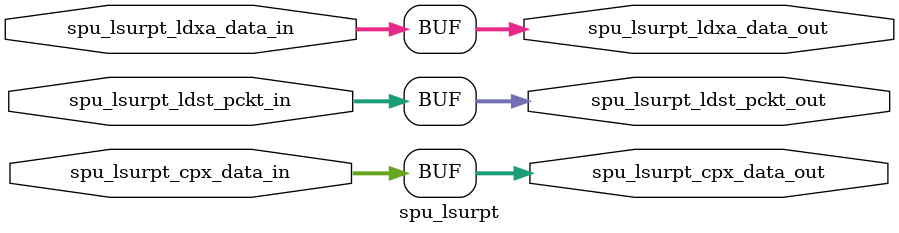
<source format=v>
module spu_lsurpt (
spu_lsurpt_ldxa_data_out,
spu_lsurpt_ldst_pckt_out,
spu_lsurpt_cpx_data_out,
spu_lsurpt_ldxa_data_in,
spu_lsurpt_ldst_pckt_in,
spu_lsurpt_cpx_data_in);
input [63:0] spu_lsurpt_ldxa_data_in;
input [122:0] spu_lsurpt_ldst_pckt_in;
input [134:0] spu_lsurpt_cpx_data_in;
output [63:0] spu_lsurpt_ldxa_data_out;
output [122:0] spu_lsurpt_ldst_pckt_out;
output [134:0] spu_lsurpt_cpx_data_out;
assign spu_lsurpt_ldxa_data_out[63:0] = spu_lsurpt_ldxa_data_in[63:0];
assign spu_lsurpt_ldst_pckt_out[122:0] = spu_lsurpt_ldst_pckt_in[122:0];
assign spu_lsurpt_cpx_data_out[134:0] = spu_lsurpt_cpx_data_in[134:0];
endmodule
</source>
